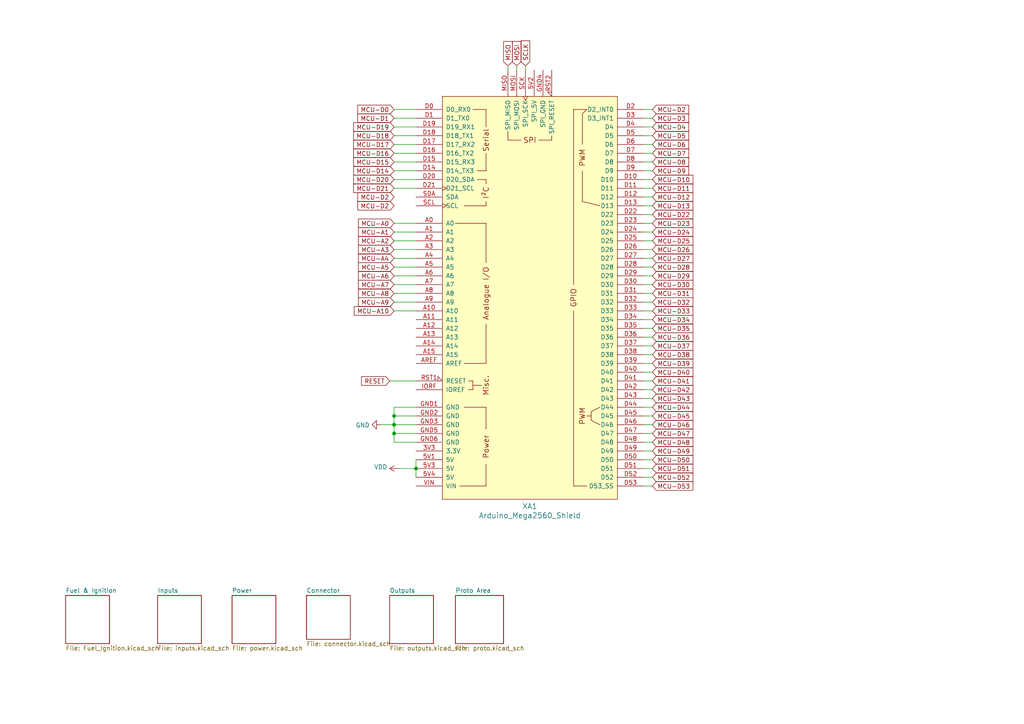
<source format=kicad_sch>
(kicad_sch (version 20210621) (generator eeschema)
  (paper "A4")
  (lib_symbols
    (symbol "Arduino:Arduino_Mega2560_Shield" (pin_names (offset 1.016))
      (property "Reference" "XA" (at 2.54 0 90))
      (property "Value" "Arduino_Arduino_Mega2560_Shield" (at -2.54 0 90))
      (symbol "Arduino_Mega2560_Shield_0_0"
        (rectangle (start -25.4 -58.42) (end 25.4 58.42) (fill (type background)))
        (rectangle (start -20.32 -54.61) (end -12.7 -54.61))
        (rectangle (start -19.05 -31.75) (end -12.7 -31.75))
        (rectangle (start -19.05 -19.05) (end -12.7 -19.05))
        (rectangle (start -19.05 26.67) (end -12.7 26.67))
        (rectangle (start -17.78 -26.67) (end -16.51 -26.67))
        (rectangle (start -17.78 -24.13) (end -16.51 -24.13))
        (rectangle (start -16.51 -25.4) (end -13.97 -25.4))
        (rectangle (start -16.51 -24.13) (end -16.51 -26.67))
        (rectangle (start -16.51 54.61) (end -12.7 54.61))
        (rectangle (start -15.24 34.29) (end -12.7 34.29))
        (rectangle (start -15.24 36.83) (end -12.7 36.83))
        (rectangle (start -12.7 -54.61) (end -12.7 -48.26))
        (rectangle (start -12.7 -31.75) (end -12.7 -38.1))
        (rectangle (start -12.7 26.67) (end -12.7 27.94))
        (rectangle (start -12.7 34.29) (end -12.7 33.02))
        (rectangle (start -12.7 41.91) (end -12.7 36.83))
        (rectangle (start -12.7 49.53) (end -12.7 54.61))
        (rectangle (start -6.35 48.26) (end -6.35 45.72))
        (rectangle (start -2.54 45.72) (end -6.35 45.72))
        (polyline (pts (xy -21.59 21.59) (xy -12.7 21.59)))
        (polyline (pts (xy -12.7 -19.05) (xy -12.7 -7.62)))
        (polyline (pts (xy -12.7 10.16) (xy -12.7 21.59)))
        (polyline (pts (xy 12.7 -54.61) (xy 16.51 -54.61)))
        (polyline (pts (xy 12.7 54.61) (xy 16.51 54.61)))
        (polyline (pts (xy 17.78 -34.29) (xy 16.51 -34.29)))
        (polyline (pts (xy 15.24 36.83) (xy 15.24 27.94) (xy 20.32 26.67)))
        (polyline (pts (xy 15.24 44.45) (xy 15.24 53.34) (xy 16.51 54.61)))
        (polyline (pts (xy 20.32 -31.75) (xy 17.78 -33.02) (xy 17.78 -35.56) (xy 20.32 -36.83)))
        (rectangle (start 6.35 45.72) (end 2.54 45.72))
        (rectangle (start 6.35 46.99) (end 6.35 45.72))
        (text "Analogue I/O" (at -12.7 1.27 900) (effects (font (size 1.524 1.524))))
        (text "I²C" (at -12.7 30.48 900) (effects (font (size 1.524 1.524))))
        (text "Misc." (at -12.7 -25.4 900) (effects (font (size 1.524 1.524))))
        (text "Power" (at -12.7 -43.18 900) (effects (font (size 1.524 1.524))))
        (text "PWM" (at 15.24 -34.29 900) (effects (font (size 1.524 1.524))))
        (text "PWM" (at 15.24 40.64 900) (effects (font (size 1.524 1.524))))
        (text "Serial" (at -12.7 45.72 900) (effects (font (size 1.524 1.524))))
        (text "SPI" (at 0 45.72 0) (effects (font (size 1.524 1.524))))
      )
      (symbol "Arduino_Mega2560_Shield_1_0"
        (rectangle (start 12.7 -54.61) (end 12.7 -3.81))
        (rectangle (start 12.7 54.61) (end 12.7 3.81))
        (text "GPIO" (at 12.7 0 900) (effects (font (size 1.524 1.524))))
      )
      (symbol "Arduino_Mega2560_Shield_1_1"
        (pin power_in line (at -33.02 -44.45 0) (length 7.62) (name "3.3V") (number "3V3"))
        (pin power_in line (at -33.02 -46.99 0) (length 7.62) (name "5V") (number "5V1"))
        (pin power_in line (at 1.27 66.04 270) (length 7.62) (name "SPI_5V") (number "5V2"))
        (pin power_in line (at -33.02 -49.53 0) (length 7.62) (name "5V") (number "5V3"))
        (pin power_in line (at -33.02 -52.07 0) (length 7.62) (name "5V") (number "5V4"))
        (pin bidirectional line (at -33.02 21.59 0) (length 7.62) (name "A0") (number "A0"))
        (pin bidirectional line (at -33.02 19.05 0) (length 7.62) (name "A1") (number "A1"))
        (pin bidirectional line (at -33.02 -3.81 0) (length 7.62) (name "A10") (number "A10"))
        (pin bidirectional line (at -33.02 -6.35 0) (length 7.62) (name "A11") (number "A11"))
        (pin bidirectional line (at -33.02 -8.89 0) (length 7.62) (name "A12") (number "A12"))
        (pin bidirectional line (at -33.02 -11.43 0) (length 7.62) (name "A13") (number "A13"))
        (pin bidirectional line (at -33.02 -13.97 0) (length 7.62) (name "A14") (number "A14"))
        (pin bidirectional line (at -33.02 -16.51 0) (length 7.62) (name "A15") (number "A15"))
        (pin bidirectional line (at -33.02 16.51 0) (length 7.62) (name "A2") (number "A2"))
        (pin bidirectional line (at -33.02 13.97 0) (length 7.62) (name "A3") (number "A3"))
        (pin bidirectional line (at -33.02 11.43 0) (length 7.62) (name "A4") (number "A4"))
        (pin bidirectional line (at -33.02 8.89 0) (length 7.62) (name "A5") (number "A5"))
        (pin bidirectional line (at -33.02 6.35 0) (length 7.62) (name "A6") (number "A6"))
        (pin bidirectional line (at -33.02 3.81 0) (length 7.62) (name "A7") (number "A7"))
        (pin bidirectional line (at -33.02 1.27 0) (length 7.62) (name "A8") (number "A8"))
        (pin bidirectional line (at -33.02 -1.27 0) (length 7.62) (name "A9") (number "A9"))
        (pin input line (at -33.02 -19.05 0) (length 7.62) (name "AREF") (number "AREF"))
        (pin bidirectional line (at -33.02 54.61 0) (length 7.62) (name "D0_RX0") (number "D0"))
        (pin bidirectional line (at -33.02 52.07 0) (length 7.62) (name "D1_TX0") (number "D1"))
        (pin bidirectional line (at 33.02 34.29 180) (length 7.62) (name "D10") (number "D10"))
        (pin bidirectional line (at 33.02 31.75 180) (length 7.62) (name "D11") (number "D11"))
        (pin bidirectional line (at 33.02 29.21 180) (length 7.62) (name "D12") (number "D12"))
        (pin bidirectional line (at 33.02 26.67 180) (length 7.62) (name "D13") (number "D13"))
        (pin bidirectional line (at -33.02 36.83 0) (length 7.62) (name "D14_TX3") (number "D14"))
        (pin bidirectional line (at -33.02 39.37 0) (length 7.62) (name "D15_RX3") (number "D15"))
        (pin bidirectional line (at -33.02 41.91 0) (length 7.62) (name "D16_TX2") (number "D16"))
        (pin bidirectional line (at -33.02 44.45 0) (length 7.62) (name "D17_RX2") (number "D17"))
        (pin bidirectional line (at -33.02 46.99 0) (length 7.62) (name "D18_TX1") (number "D18"))
        (pin bidirectional line (at -33.02 49.53 0) (length 7.62) (name "D19_RX1") (number "D19"))
        (pin bidirectional line (at 33.02 54.61 180) (length 7.62) (name "D2_INT0") (number "D2"))
        (pin bidirectional line (at -33.02 34.29 0) (length 7.62) (name "D20_SDA") (number "D20"))
        (pin bidirectional clock (at -33.02 31.75 0) (length 7.62) (name "D21_SCL") (number "D21"))
        (pin bidirectional line (at 33.02 24.13 180) (length 7.62) (name "D22") (number "D22"))
        (pin bidirectional line (at 33.02 21.59 180) (length 7.62) (name "D23") (number "D23"))
        (pin bidirectional line (at 33.02 19.05 180) (length 7.62) (name "D24") (number "D24"))
        (pin bidirectional line (at 33.02 16.51 180) (length 7.62) (name "D25") (number "D25"))
        (pin bidirectional line (at 33.02 13.97 180) (length 7.62) (name "D26") (number "D26"))
        (pin bidirectional line (at 33.02 11.43 180) (length 7.62) (name "D27") (number "D27"))
        (pin bidirectional line (at 33.02 8.89 180) (length 7.62) (name "D28") (number "D28"))
        (pin bidirectional line (at 33.02 6.35 180) (length 7.62) (name "D29") (number "D29"))
        (pin bidirectional line (at 33.02 52.07 180) (length 7.62) (name "D3_INT1") (number "D3"))
        (pin bidirectional line (at 33.02 3.81 180) (length 7.62) (name "D30") (number "D30"))
        (pin bidirectional line (at 33.02 1.27 180) (length 7.62) (name "D31") (number "D31"))
        (pin bidirectional line (at 33.02 -1.27 180) (length 7.62) (name "D32") (number "D32"))
        (pin bidirectional line (at 33.02 -3.81 180) (length 7.62) (name "D33") (number "D33"))
        (pin bidirectional line (at 33.02 -6.35 180) (length 7.62) (name "D34") (number "D34"))
        (pin bidirectional line (at 33.02 -8.89 180) (length 7.62) (name "D35") (number "D35"))
        (pin bidirectional line (at 33.02 -11.43 180) (length 7.62) (name "D36") (number "D36"))
        (pin bidirectional line (at 33.02 -13.97 180) (length 7.62) (name "D37") (number "D37"))
        (pin bidirectional line (at 33.02 -16.51 180) (length 7.62) (name "D38") (number "D38"))
        (pin bidirectional line (at 33.02 -19.05 180) (length 7.62) (name "D39") (number "D39"))
        (pin bidirectional line (at 33.02 49.53 180) (length 7.62) (name "D4") (number "D4"))
        (pin bidirectional line (at 33.02 -21.59 180) (length 7.62) (name "D40") (number "D40"))
        (pin bidirectional line (at 33.02 -24.13 180) (length 7.62) (name "D41") (number "D41"))
        (pin bidirectional line (at 33.02 -26.67 180) (length 7.62) (name "D42") (number "D42"))
        (pin bidirectional line (at 33.02 -29.21 180) (length 7.62) (name "D43") (number "D43"))
        (pin bidirectional line (at 33.02 -31.75 180) (length 7.62) (name "D44") (number "D44"))
        (pin bidirectional line (at 33.02 -34.29 180) (length 7.62) (name "D45") (number "D45"))
        (pin bidirectional line (at 33.02 -36.83 180) (length 7.62) (name "D46") (number "D46"))
        (pin bidirectional line (at 33.02 -39.37 180) (length 7.62) (name "D47") (number "D47"))
        (pin bidirectional line (at 33.02 -41.91 180) (length 7.62) (name "D48") (number "D48"))
        (pin bidirectional line (at 33.02 -44.45 180) (length 7.62) (name "D49") (number "D49"))
        (pin bidirectional line (at 33.02 46.99 180) (length 7.62) (name "D5") (number "D5"))
        (pin bidirectional line (at 33.02 -46.99 180) (length 7.62) (name "D50") (number "D50"))
        (pin bidirectional line (at 33.02 -49.53 180) (length 7.62) (name "D51") (number "D51"))
        (pin bidirectional line (at 33.02 -52.07 180) (length 7.62) (name "D52") (number "D52"))
        (pin bidirectional line (at 33.02 -54.61 180) (length 7.62) (name "D53_SS") (number "D53"))
        (pin bidirectional line (at 33.02 44.45 180) (length 7.62) (name "D6") (number "D6"))
        (pin bidirectional line (at 33.02 41.91 180) (length 7.62) (name "D7") (number "D7"))
        (pin bidirectional line (at 33.02 39.37 180) (length 7.62) (name "D8") (number "D8"))
        (pin bidirectional line (at 33.02 36.83 180) (length 7.62) (name "D9") (number "D9"))
        (pin power_in line (at -33.02 -31.75 0) (length 7.62) (name "GND") (number "GND1"))
        (pin power_in line (at -33.02 -34.29 0) (length 7.62) (name "GND") (number "GND2"))
        (pin power_in line (at -33.02 -36.83 0) (length 7.62) (name "GND") (number "GND3"))
        (pin power_in line (at 3.81 66.04 270) (length 7.62) (name "SPI_GND") (number "GND4"))
        (pin power_in line (at -33.02 -39.37 0) (length 7.62) (name "GND") (number "GND5"))
        (pin power_in line (at -33.02 -41.91 0) (length 7.62) (name "GND") (number "GND6"))
        (pin output line (at -33.02 -26.67 0) (length 7.62) (name "IOREF") (number "IORF"))
        (pin input line (at -6.35 66.04 270) (length 7.62) (name "SPI_MISO") (number "MISO"))
        (pin output line (at -3.81 66.04 270) (length 7.62) (name "SPI_MOSI") (number "MOSI"))
        (pin open_collector input_low (at -33.02 -24.13 0) (length 7.62) (name "RESET") (number "RST1"))
        (pin open_collector input_low (at 6.35 66.04 270) (length 7.62) (name "SPI_RESET") (number "RST2"))
        (pin output clock (at -1.27 66.04 270) (length 7.62) (name "SPI_SCK") (number "SCK"))
        (pin bidirectional clock (at -33.02 26.67 0) (length 7.62) (name "SCL") (number "SCL"))
        (pin bidirectional line (at -33.02 29.21 0) (length 7.62) (name "SDA") (number "SDA"))
        (pin power_in line (at -33.02 -54.61 0) (length 7.62) (name "VIN") (number "VIN"))
      )
    )
    (symbol "power:GND" (power) (pin_names (offset 0))
      (property "Value" "GND" (at 0 -3.81 0))
      (symbol "GND_0_1"
        (polyline (pts (xy 0 0) (xy 0 -1.27) (xy 1.27 -1.27) (xy 0 -2.54) (xy -1.27 -1.27) (xy 0 -1.27)))
      )
      (symbol "GND_1_1"
        (pin power_in line (at 0 0 270) (length 0) hide (name "GND") (number "1"))
      )
    )
    (symbol "power:VDD" (power) (pin_names (offset 0))
      (property "Value" "VDD" (at 0 3.81 0))
      (symbol "VDD_0_1"
        (polyline (pts (xy -0.762 1.27) (xy 0 2.54)))
        (polyline (pts (xy 0 0) (xy 0 2.54)))
        (polyline (pts (xy 0 2.54) (xy 0.762 1.27)))
      )
      (symbol "VDD_1_1"
        (pin power_in line (at 0 0 90) (length 0) hide (name "VDD") (number "1"))
      )
    )
  )
  (junction (at 114.3 125.73))
  (junction (at 120.65 135.89))
  (junction (at 114.3 120.65))
  (junction (at 114.3 123.19))
  (wire (pts (xy 120.65 80.01) (xy 114.3 80.01)))
  (wire (pts (xy 186.69 64.77) (xy 189.23 64.77)))
  (wire (pts (xy 113.03 110.49) (xy 120.65 110.49)))
  (wire (pts (xy 186.69 110.49) (xy 189.23 110.49)))
  (wire (pts (xy 186.69 57.15) (xy 189.23 57.15)))
  (wire (pts (xy 189.23 34.29) (xy 186.69 34.29)))
  (wire (pts (xy 186.69 69.85) (xy 189.23 69.85)))
  (wire (pts (xy 186.69 140.97) (xy 189.23 140.97)))
  (wire (pts (xy 114.3 128.27) (xy 114.3 125.73)))
  (wire (pts (xy 186.69 85.09) (xy 189.23 85.09)))
  (wire (pts (xy 186.69 125.73) (xy 189.23 125.73)))
  (wire (pts (xy 186.69 80.01) (xy 189.23 80.01)))
  (wire (pts (xy 186.69 52.07) (xy 189.23 52.07)))
  (wire (pts (xy 189.23 49.53) (xy 186.69 49.53)))
  (wire (pts (xy 189.23 62.23) (xy 186.69 62.23)))
  (wire (pts (xy 120.65 74.93) (xy 114.3 74.93)))
  (wire (pts (xy 120.65 39.37) (xy 114.3 39.37)))
  (wire (pts (xy 114.3 120.65) (xy 114.3 123.19)))
  (wire (pts (xy 114.3 36.83) (xy 120.65 36.83)))
  (wire (pts (xy 189.23 123.19) (xy 186.69 123.19)))
  (wire (pts (xy 186.69 135.89) (xy 189.23 135.89)))
  (wire (pts (xy 189.23 72.39) (xy 186.69 72.39)))
  (wire (pts (xy 114.3 72.39) (xy 120.65 72.39)))
  (wire (pts (xy 189.23 102.87) (xy 186.69 102.87)))
  (wire (pts (xy 186.69 41.91) (xy 189.23 41.91)))
  (wire (pts (xy 114.3 118.11) (xy 114.3 120.65)))
  (wire (pts (xy 186.69 115.57) (xy 189.23 115.57)))
  (wire (pts (xy 186.69 95.25) (xy 189.23 95.25)))
  (wire (pts (xy 186.69 90.17) (xy 189.23 90.17)))
  (wire (pts (xy 120.65 125.73) (xy 114.3 125.73)))
  (wire (pts (xy 189.23 118.11) (xy 186.69 118.11)))
  (wire (pts (xy 189.23 133.35) (xy 186.69 133.35)))
  (wire (pts (xy 114.3 31.75) (xy 120.65 31.75)))
  (wire (pts (xy 120.65 133.35) (xy 120.65 135.89)))
  (wire (pts (xy 114.3 123.19) (xy 110.49 123.19)))
  (wire (pts (xy 186.69 31.75) (xy 189.23 31.75)))
  (wire (pts (xy 120.65 123.19) (xy 114.3 123.19)))
  (wire (pts (xy 114.3 67.31) (xy 120.65 67.31)))
  (wire (pts (xy 120.65 118.11) (xy 114.3 118.11)))
  (wire (pts (xy 189.23 54.61) (xy 186.69 54.61)))
  (wire (pts (xy 152.4 19.05) (xy 152.4 20.32)))
  (wire (pts (xy 114.3 87.63) (xy 120.65 87.63)))
  (wire (pts (xy 189.23 82.55) (xy 186.69 82.55)))
  (wire (pts (xy 186.69 46.99) (xy 189.23 46.99)))
  (wire (pts (xy 114.3 64.77) (xy 120.65 64.77)))
  (wire (pts (xy 189.23 39.37) (xy 186.69 39.37)))
  (wire (pts (xy 189.23 67.31) (xy 186.69 67.31)))
  (wire (pts (xy 114.3 46.99) (xy 120.65 46.99)))
  (wire (pts (xy 120.65 120.65) (xy 114.3 120.65)))
  (wire (pts (xy 189.23 138.43) (xy 186.69 138.43)))
  (wire (pts (xy 189.23 113.03) (xy 186.69 113.03)))
  (wire (pts (xy 189.23 44.45) (xy 186.69 44.45)))
  (wire (pts (xy 189.23 97.79) (xy 186.69 97.79)))
  (wire (pts (xy 114.3 52.07) (xy 120.65 52.07)))
  (wire (pts (xy 114.3 77.47) (xy 120.65 77.47)))
  (wire (pts (xy 189.23 59.69) (xy 186.69 59.69)))
  (wire (pts (xy 120.65 69.85) (xy 114.3 69.85)))
  (wire (pts (xy 120.65 90.17) (xy 114.3 90.17)))
  (wire (pts (xy 120.65 85.09) (xy 114.3 85.09)))
  (wire (pts (xy 120.65 138.43) (xy 120.65 135.89)))
  (wire (pts (xy 147.32 19.05) (xy 147.32 20.32)))
  (wire (pts (xy 189.23 77.47) (xy 186.69 77.47)))
  (wire (pts (xy 114.3 41.91) (xy 120.65 41.91)))
  (wire (pts (xy 120.65 128.27) (xy 114.3 128.27)))
  (wire (pts (xy 189.23 107.95) (xy 186.69 107.95)))
  (wire (pts (xy 120.65 54.61) (xy 114.3 54.61)))
  (wire (pts (xy 120.65 49.53) (xy 114.3 49.53)))
  (wire (pts (xy 120.65 34.29) (xy 114.3 34.29)))
  (wire (pts (xy 186.69 74.93) (xy 189.23 74.93)))
  (wire (pts (xy 189.23 87.63) (xy 186.69 87.63)))
  (wire (pts (xy 186.69 105.41) (xy 189.23 105.41)))
  (wire (pts (xy 114.3 125.73) (xy 114.3 123.19)))
  (wire (pts (xy 186.69 130.81) (xy 189.23 130.81)))
  (wire (pts (xy 186.69 36.83) (xy 189.23 36.83)))
  (wire (pts (xy 186.69 120.65) (xy 189.23 120.65)))
  (wire (pts (xy 189.23 92.71) (xy 186.69 92.71)))
  (wire (pts (xy 186.69 100.33) (xy 189.23 100.33)))
  (wire (pts (xy 114.3 82.55) (xy 120.65 82.55)))
  (wire (pts (xy 120.65 44.45) (xy 114.3 44.45)))
  (wire (pts (xy 189.23 128.27) (xy 186.69 128.27)))
  (wire (pts (xy 149.86 19.05) (xy 149.86 20.32)))
  (wire (pts (xy 115.57 135.89) (xy 120.65 135.89)))
  (global_label "MCU-D50" (shape input) (at 189.23 133.35 0) (property "Intersheet References" "${INTERSHEET_REFS}" (effects hide)))
  (global_label "MCU-D12" (shape input) (at 189.23 57.15 0) (property "Intersheet References" "${INTERSHEET_REFS}" (effects hide)))
  (global_label "MCU-D30" (shape input) (at 189.23 82.55 0) (property "Intersheet References" "${INTERSHEET_REFS}" (effects hide)))
  (global_label "MCU-A1" (shape input) (at 114.3 67.31 180) (property "Intersheet References" "${INTERSHEET_REFS}" (effects hide)))
  (global_label "MCU-D23" (shape input) (at 189.23 64.77 0) (property "Intersheet References" "${INTERSHEET_REFS}" (effects hide)))
  (global_label "MCU-A5" (shape input) (at 114.3 77.47 180) (property "Intersheet References" "${INTERSHEET_REFS}" (effects hide)))
  (global_label "MCU-A9" (shape input) (at 114.3 87.63 180) (property "Intersheet References" "${INTERSHEET_REFS}" (effects hide)))
  (global_label "MCU-D33" (shape input) (at 189.23 90.17 0) (property "Intersheet References" "${INTERSHEET_REFS}" (effects hide)))
  (global_label "MOSI" (shape input) (at 149.86 19.05 90) (property "Intersheet References" "${INTERSHEET_REFS}" (effects hide)))
  (global_label "MCU-D7" (shape input) (at 189.23 44.45 0) (property "Intersheet References" "${INTERSHEET_REFS}" (effects hide)))
  (global_label "MCU-D38" (shape input) (at 189.23 102.87 0) (property "Intersheet References" "${INTERSHEET_REFS}" (effects hide)))
  (global_label "MCU-D3" (shape input) (at 189.23 34.29 0) (property "Intersheet References" "${INTERSHEET_REFS}" (effects hide)))
  (global_label "MCU-D13" (shape input) (at 189.23 59.69 0) (property "Intersheet References" "${INTERSHEET_REFS}" (effects hide)))
  (global_label "MCU-D21" (shape input) (at 114.3 54.61 180) (property "Intersheet References" "${INTERSHEET_REFS}" (effects hide)))
  (global_label "MCU-D47" (shape input) (at 189.23 125.73 0) (property "Intersheet References" "${INTERSHEET_REFS}" (effects hide)))
  (global_label "MCU-D6" (shape input) (at 189.23 41.91 0) (property "Intersheet References" "${INTERSHEET_REFS}" (effects hide)))
  (global_label "MCU-D39" (shape input) (at 189.23 105.41 0) (property "Intersheet References" "${INTERSHEET_REFS}" (effects hide)))
  (global_label "MCU-D26" (shape input) (at 189.23 72.39 0) (property "Intersheet References" "${INTERSHEET_REFS}" (effects hide)))
  (global_label "RESET" (shape input) (at 113.03 110.49 180) (property "Intersheet References" "${INTERSHEET_REFS}" (effects hide)))
  (global_label "MCU-D18" (shape input) (at 114.3 39.37 180) (property "Intersheet References" "${INTERSHEET_REFS}" (effects hide)))
  (global_label "MCU-D32" (shape input) (at 189.23 87.63 0) (property "Intersheet References" "${INTERSHEET_REFS}" (effects hide)))
  (global_label "MCU-D25" (shape input) (at 189.23 69.85 0) (property "Intersheet References" "${INTERSHEET_REFS}" (effects hide)))
  (global_label "MCU-D14" (shape input) (at 114.3 49.53 180) (property "Intersheet References" "${INTERSHEET_REFS}" (effects hide)))
  (global_label "MCU-D27" (shape input) (at 189.23 74.93 0) (property "Intersheet References" "${INTERSHEET_REFS}" (effects hide)))
  (global_label "MCU-A3" (shape input) (at 114.3 72.39 180) (property "Intersheet References" "${INTERSHEET_REFS}" (effects hide)))
  (global_label "MCU-D15" (shape input) (at 114.3 46.99 180) (property "Intersheet References" "${INTERSHEET_REFS}" (effects hide)))
  (global_label "MCU-D29" (shape input) (at 189.23 80.01 0) (property "Intersheet References" "${INTERSHEET_REFS}" (effects hide)))
  (global_label "MCU-D2" (shape input) (at 114.3 57.15 180) (property "Intersheet References" "${INTERSHEET_REFS}" (effects hide)))
  (global_label "MCU-D0" (shape input) (at 114.3 31.75 180) (property "Intersheet References" "${INTERSHEET_REFS}" (effects hide)))
  (global_label "MCU-D16" (shape input) (at 114.3 44.45 180) (property "Intersheet References" "${INTERSHEET_REFS}" (effects hide)))
  (global_label "MCU-A8" (shape input) (at 114.3 85.09 180) (property "Intersheet References" "${INTERSHEET_REFS}" (effects hide)))
  (global_label "MISO" (shape input) (at 147.32 19.05 90) (property "Intersheet References" "${INTERSHEET_REFS}" (effects hide)))
  (global_label "MCU-D5" (shape input) (at 189.23 39.37 0) (property "Intersheet References" "${INTERSHEET_REFS}" (effects hide)))
  (global_label "MCU-D37" (shape input) (at 189.23 100.33 0) (property "Intersheet References" "${INTERSHEET_REFS}" (effects hide)))
  (global_label "MCU-D19" (shape input) (at 114.3 36.83 180) (property "Intersheet References" "${INTERSHEET_REFS}" (effects hide)))
  (global_label "MCU-D42" (shape input) (at 189.23 113.03 0) (property "Intersheet References" "${INTERSHEET_REFS}" (effects hide)))
  (global_label "MCU-D2" (shape input) (at 114.3 59.69 180) (property "Intersheet References" "${INTERSHEET_REFS}" (effects hide)))
  (global_label "MCU-D48" (shape input) (at 189.23 128.27 0) (property "Intersheet References" "${INTERSHEET_REFS}" (effects hide)))
  (global_label "MCU-D34" (shape input) (at 189.23 92.71 0) (property "Intersheet References" "${INTERSHEET_REFS}" (effects hide)))
  (global_label "MCU-D28" (shape input) (at 189.23 77.47 0) (property "Intersheet References" "${INTERSHEET_REFS}" (effects hide)))
  (global_label "MCU-D8" (shape input) (at 189.23 46.99 0) (property "Intersheet References" "${INTERSHEET_REFS}" (effects hide)))
  (global_label "MCU-D31" (shape input) (at 189.23 85.09 0) (property "Intersheet References" "${INTERSHEET_REFS}" (effects hide)))
  (global_label "SCLK" (shape input) (at 152.4 19.05 90) (property "Intersheet References" "${INTERSHEET_REFS}" (effects hide)))
  (global_label "MCU-A0" (shape input) (at 114.3 64.77 180) (property "Intersheet References" "${INTERSHEET_REFS}" (effects hide)))
  (global_label "MCU-D22" (shape input) (at 189.23 62.23 0) (property "Intersheet References" "${INTERSHEET_REFS}" (effects hide)))
  (global_label "MCU-D44" (shape input) (at 189.23 118.11 0) (property "Intersheet References" "${INTERSHEET_REFS}" (effects hide)))
  (global_label "MCU-D1" (shape input) (at 114.3 34.29 180) (property "Intersheet References" "${INTERSHEET_REFS}" (effects hide)))
  (global_label "MCU-D51" (shape input) (at 189.23 135.89 0) (property "Intersheet References" "${INTERSHEET_REFS}" (effects hide)))
  (global_label "MCU-D11" (shape input) (at 189.23 54.61 0) (property "Intersheet References" "${INTERSHEET_REFS}" (effects hide)))
  (global_label "MCU-D36" (shape input) (at 189.23 97.79 0) (property "Intersheet References" "${INTERSHEET_REFS}" (effects hide)))
  (global_label "MCU-D20" (shape input) (at 114.3 52.07 180) (property "Intersheet References" "${INTERSHEET_REFS}" (effects hide)))
  (global_label "MCU-D45" (shape input) (at 189.23 120.65 0) (property "Intersheet References" "${INTERSHEET_REFS}" (effects hide)))
  (global_label "MCU-D52" (shape input) (at 189.23 138.43 0) (property "Intersheet References" "${INTERSHEET_REFS}" (effects hide)))
  (global_label "MCU-A6" (shape input) (at 114.3 80.01 180) (property "Intersheet References" "${INTERSHEET_REFS}" (effects hide)))
  (global_label "MCU-D24" (shape input) (at 189.23 67.31 0) (property "Intersheet References" "${INTERSHEET_REFS}" (effects hide)))
  (global_label "MCU-D49" (shape input) (at 189.23 130.81 0) (property "Intersheet References" "${INTERSHEET_REFS}" (effects hide)))
  (global_label "MCU-D41" (shape input) (at 189.23 110.49 0) (property "Intersheet References" "${INTERSHEET_REFS}" (effects hide)))
  (global_label "MCU-D4" (shape input) (at 189.23 36.83 0) (property "Intersheet References" "${INTERSHEET_REFS}" (effects hide)))
  (global_label "MCU-A7" (shape input) (at 114.3 82.55 180) (property "Intersheet References" "${INTERSHEET_REFS}" (effects hide)))
  (global_label "MCU-D53" (shape input) (at 189.23 140.97 0) (property "Intersheet References" "${INTERSHEET_REFS}" (effects hide)))
  (global_label "MCU-D17" (shape input) (at 114.3 41.91 180) (property "Intersheet References" "${INTERSHEET_REFS}" (effects hide)))
  (global_label "MCU-A10" (shape input) (at 114.3 90.17 180) (property "Intersheet References" "${INTERSHEET_REFS}" (effects hide)))
  (global_label "MCU-D10" (shape input) (at 189.23 52.07 0) (property "Intersheet References" "${INTERSHEET_REFS}" (effects hide)))
  (global_label "MCU-A2" (shape input) (at 114.3 69.85 180) (property "Intersheet References" "${INTERSHEET_REFS}" (effects hide)))
  (global_label "MCU-D46" (shape input) (at 189.23 123.19 0) (property "Intersheet References" "${INTERSHEET_REFS}" (effects hide)))
  (global_label "MCU-A4" (shape input) (at 114.3 74.93 180) (property "Intersheet References" "${INTERSHEET_REFS}" (effects hide)))
  (global_label "MCU-D40" (shape input) (at 189.23 107.95 0) (property "Intersheet References" "${INTERSHEET_REFS}" (effects hide)))
  (global_label "MCU-D35" (shape input) (at 189.23 95.25 0) (property "Intersheet References" "${INTERSHEET_REFS}" (effects hide)))
  (global_label "MCU-D2" (shape input) (at 189.23 31.75 0) (property "Intersheet References" "${INTERSHEET_REFS}" (effects hide)))
  (global_label "MCU-D43" (shape input) (at 189.23 115.57 0) (property "Intersheet References" "${INTERSHEET_REFS}" (effects hide)))
  (global_label "MCU-D9" (shape input) (at 189.23 49.53 0) (property "Intersheet References" "${INTERSHEET_REFS}" (effects hide)))
  (symbol (lib_id "Arduino:Arduino_Mega2560_Shield") (at 153.67 86.36 0) (unit 1)
    (property "Reference" "XA1" (at 153.67 146.8374 0) (effects (font (size 1.524 1.524))))
    (property "Value" "Arduino_Mega2560_Shield" (at 153.67 149.5298 0) (effects (font (size 1.524 1.524))))
    (property "Footprint" "Shields:Arduino_Mega2560_Shield_IO_Only" (effects hide))
  )
  (symbol (lib_id "power:GND") (at 110.49 123.19 270) (unit 1)
    (property "Reference" "#PWR01" (effects hide))
    (property "Value" "GND" (at 107.2388 123.317 90) (effects (justify right)))
  )
  (symbol (lib_id "power:VDD") (at 115.57 135.89 90) (unit 1)
    (property "Reference" "#PWR02" (effects hide))
    (property "Value" "VDD" (at 112.3442 135.4328 90) (effects (justify left)))
  )
  (sheet (at 19.05 172.72) (size 12.7 13.97)
    (property "Nom feuille" "Fuel & Ignition" (at 19.05 172.0084 0) (effects (justify left bottom)))
    (property "Fichier de feuille" "Fuel_Ignition.kicad_sch" (at 19.05 187.2746 0) (effects (justify left top)))
  )
  (sheet (at 45.72 172.72) (size 12.7 13.97)
    (property "Nom feuille" "Inputs" (at 45.72 172.0084 0) (effects (justify left bottom)))
    (property "Fichier de feuille" "inputs.kicad_sch" (at 45.72 187.2746 0) (effects (justify left top)))
  )
  (sheet (at 67.31 172.72) (size 12.7 13.97)
    (property "Nom feuille" "Power" (at 67.31 172.0084 0) (effects (justify left bottom)))
    (property "Fichier de feuille" "power.kicad_sch" (at 67.31 187.2746 0) (effects (justify left top)))
  )
  (sheet (at 88.9 172.72) (size 12.7 12.7)
    (property "Nom feuille" "Connector" (at 88.9 172.0084 0) (effects (justify left bottom)))
    (property "Fichier de feuille" "connector.kicad_sch" (at 88.9 186.0046 0) (effects (justify left top)))
  )
  (sheet (at 113.03 172.72) (size 12.7 13.97)
    (property "Nom feuille" "Outputs" (at 113.03 172.0084 0) (effects (justify left bottom)))
    (property "Fichier de feuille" "outputs.kicad_sch" (at 113.03 187.2746 0) (effects (justify left top)))
  )
  (sheet (at 132.08 172.72) (size 13.97 13.97)
    (property "Nom feuille" "Proto Area" (at 132.08 172.0084 0) (effects (justify left bottom)))
    (property "Fichier de feuille" "proto.kicad_sch" (at 132.08 187.2746 0) (effects (justify left top)))
  )
)
</source>
